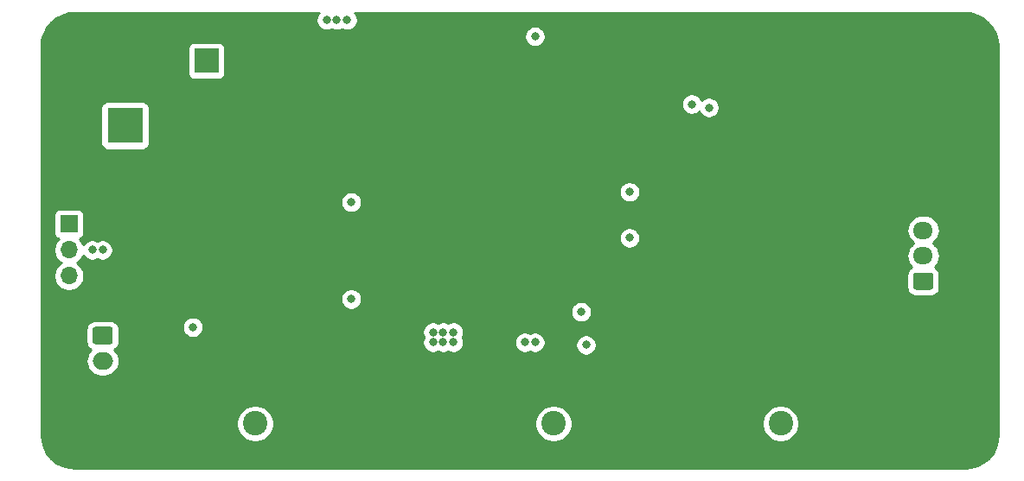
<source format=gbr>
G04 #@! TF.GenerationSoftware,KiCad,Pcbnew,5.1.10-88a1d61d58~90~ubuntu21.04.1*
G04 #@! TF.CreationDate,2021-08-23T15:20:16+02:00*
G04 #@! TF.ProjectId,PowerDistribution,506f7765-7244-4697-9374-726962757469,rev?*
G04 #@! TF.SameCoordinates,Original*
G04 #@! TF.FileFunction,Copper,L2,Inr*
G04 #@! TF.FilePolarity,Positive*
%FSLAX46Y46*%
G04 Gerber Fmt 4.6, Leading zero omitted, Abs format (unit mm)*
G04 Created by KiCad (PCBNEW 5.1.10-88a1d61d58~90~ubuntu21.04.1) date 2021-08-23 15:20:16*
%MOMM*%
%LPD*%
G01*
G04 APERTURE LIST*
G04 #@! TA.AperFunction,ComponentPad*
%ADD10C,2.400000*%
G04 #@! TD*
G04 #@! TA.AperFunction,ComponentPad*
%ADD11R,2.400000X2.400000*%
G04 #@! TD*
G04 #@! TA.AperFunction,ComponentPad*
%ADD12C,4.700000*%
G04 #@! TD*
G04 #@! TA.AperFunction,ComponentPad*
%ADD13O,1.950000X1.700000*%
G04 #@! TD*
G04 #@! TA.AperFunction,ComponentPad*
%ADD14R,3.500000X3.500000*%
G04 #@! TD*
G04 #@! TA.AperFunction,ComponentPad*
%ADD15O,1.700000X1.700000*%
G04 #@! TD*
G04 #@! TA.AperFunction,ComponentPad*
%ADD16R,1.700000X1.700000*%
G04 #@! TD*
G04 #@! TA.AperFunction,ComponentPad*
%ADD17O,2.000000X1.700000*%
G04 #@! TD*
G04 #@! TA.AperFunction,ViaPad*
%ADD18C,0.800000*%
G04 #@! TD*
G04 #@! TA.AperFunction,Conductor*
%ADD19C,0.254000*%
G04 #@! TD*
G04 #@! TA.AperFunction,Conductor*
%ADD20C,0.100000*%
G04 #@! TD*
G04 APERTURE END LIST*
D10*
X33330000Y-25400000D03*
D11*
X36830000Y-25400000D03*
D10*
X41600000Y-60960000D03*
D11*
X38100000Y-60960000D03*
D10*
X93035000Y-60960000D03*
D11*
X89535000Y-60960000D03*
D10*
X70810000Y-60960000D03*
D11*
X67310000Y-60960000D03*
D12*
X24000000Y-24000000D03*
D13*
X107000000Y-39500000D03*
X107000000Y-42000000D03*
X107000000Y-44500000D03*
G04 #@! TA.AperFunction,ComponentPad*
G36*
G01*
X107725000Y-47850000D02*
X106275000Y-47850000D01*
G75*
G02*
X106025000Y-47600000I0J250000D01*
G01*
X106025000Y-46400000D01*
G75*
G02*
X106275000Y-46150000I250000J0D01*
G01*
X107725000Y-46150000D01*
G75*
G02*
X107975000Y-46400000I0J-250000D01*
G01*
X107975000Y-47600000D01*
G75*
G02*
X107725000Y-47850000I-250000J0D01*
G01*
G37*
G04 #@! TD.AperFunction*
D12*
X111000000Y-24000000D03*
X111000000Y-62000000D03*
X24000000Y-62000000D03*
G04 #@! TA.AperFunction,ComponentPad*
G36*
G01*
X24110000Y-37325000D02*
X24110000Y-35575000D01*
G75*
G02*
X24985000Y-34700000I875000J0D01*
G01*
X26735000Y-34700000D01*
G75*
G02*
X27610000Y-35575000I0J-875000D01*
G01*
X27610000Y-37325000D01*
G75*
G02*
X26735000Y-38200000I-875000J0D01*
G01*
X24985000Y-38200000D01*
G75*
G02*
X24110000Y-37325000I0J875000D01*
G01*
G37*
G04 #@! TD.AperFunction*
G04 #@! TA.AperFunction,ComponentPad*
G36*
G01*
X21360000Y-32750000D02*
X21360000Y-30750000D01*
G75*
G02*
X22110000Y-30000000I750000J0D01*
G01*
X23610000Y-30000000D01*
G75*
G02*
X24360000Y-30750000I0J-750000D01*
G01*
X24360000Y-32750000D01*
G75*
G02*
X23610000Y-33500000I-750000J0D01*
G01*
X22110000Y-33500000D01*
G75*
G02*
X21360000Y-32750000I0J750000D01*
G01*
G37*
G04 #@! TD.AperFunction*
D14*
X28860000Y-31750000D03*
D15*
X23368000Y-46482000D03*
X23368000Y-43942000D03*
D16*
X23368000Y-41402000D03*
D17*
X26670000Y-54824000D03*
G04 #@! TA.AperFunction,ComponentPad*
G36*
G01*
X25920000Y-51474000D02*
X27420000Y-51474000D01*
G75*
G02*
X27670000Y-51724000I0J-250000D01*
G01*
X27670000Y-52924000D01*
G75*
G02*
X27420000Y-53174000I-250000J0D01*
G01*
X25920000Y-53174000D01*
G75*
G02*
X25670000Y-52924000I0J250000D01*
G01*
X25670000Y-51724000D01*
G75*
G02*
X25920000Y-51474000I250000J0D01*
G01*
G37*
G04 #@! TD.AperFunction*
D18*
X102000000Y-48500000D03*
X61250000Y-31250000D03*
X60250000Y-31250000D03*
X59250000Y-31250000D03*
X62250000Y-31250000D03*
X79500000Y-46500000D03*
X79500000Y-49500000D03*
X59000000Y-36000000D03*
X45800000Y-31400000D03*
X50600000Y-21400000D03*
X49600000Y-21400000D03*
X48600000Y-21400000D03*
X26670000Y-43942000D03*
X25653994Y-43942000D03*
X59000000Y-53000000D03*
X60000000Y-53000000D03*
X61000000Y-53000000D03*
X61000000Y-52000000D03*
X60000000Y-52000000D03*
X59000000Y-52000000D03*
X69000000Y-53000000D03*
X68000000Y-53000000D03*
X69000000Y-23000000D03*
X74000000Y-53250000D03*
X35500000Y-51500000D03*
X73500000Y-50000000D03*
X86025000Y-29975000D03*
X84350000Y-29650000D03*
X51000000Y-48750000D03*
X78250410Y-42749590D03*
X51000000Y-39250000D03*
X78250000Y-38250000D03*
D19*
X47796063Y-20740226D02*
X47682795Y-20909744D01*
X47604774Y-21098102D01*
X47565000Y-21298061D01*
X47565000Y-21501939D01*
X47604774Y-21701898D01*
X47682795Y-21890256D01*
X47796063Y-22059774D01*
X47940226Y-22203937D01*
X48109744Y-22317205D01*
X48298102Y-22395226D01*
X48498061Y-22435000D01*
X48701939Y-22435000D01*
X48901898Y-22395226D01*
X49090256Y-22317205D01*
X49100000Y-22310694D01*
X49109744Y-22317205D01*
X49298102Y-22395226D01*
X49498061Y-22435000D01*
X49701939Y-22435000D01*
X49901898Y-22395226D01*
X50090256Y-22317205D01*
X50100000Y-22310694D01*
X50109744Y-22317205D01*
X50298102Y-22395226D01*
X50498061Y-22435000D01*
X50701939Y-22435000D01*
X50901898Y-22395226D01*
X51090256Y-22317205D01*
X51259774Y-22203937D01*
X51403937Y-22059774D01*
X51517205Y-21890256D01*
X51595226Y-21701898D01*
X51635000Y-21501939D01*
X51635000Y-21298061D01*
X51595226Y-21098102D01*
X51517205Y-20909744D01*
X51403937Y-20740226D01*
X51323711Y-20660000D01*
X110967722Y-20660000D01*
X111648126Y-20726714D01*
X112271572Y-20914943D01*
X112846579Y-21220681D01*
X113351247Y-21632279D01*
X113766362Y-22134067D01*
X114076105Y-22706924D01*
X114268682Y-23329039D01*
X114340001Y-24007594D01*
X114340000Y-61967721D01*
X114273286Y-62648126D01*
X114085057Y-63271570D01*
X113779323Y-63846573D01*
X113367721Y-64351248D01*
X112865933Y-64766362D01*
X112293077Y-65076104D01*
X111670961Y-65268682D01*
X110992417Y-65340000D01*
X24032279Y-65340000D01*
X23351874Y-65273286D01*
X22728430Y-65085057D01*
X22153427Y-64779323D01*
X21648752Y-64367721D01*
X21233638Y-63865933D01*
X20923896Y-63293077D01*
X20731318Y-62670961D01*
X20660000Y-61992417D01*
X20660000Y-60779268D01*
X39765000Y-60779268D01*
X39765000Y-61140732D01*
X39835518Y-61495250D01*
X39973844Y-61829199D01*
X40174662Y-62129744D01*
X40430256Y-62385338D01*
X40730801Y-62586156D01*
X41064750Y-62724482D01*
X41419268Y-62795000D01*
X41780732Y-62795000D01*
X42135250Y-62724482D01*
X42469199Y-62586156D01*
X42769744Y-62385338D01*
X43025338Y-62129744D01*
X43226156Y-61829199D01*
X43364482Y-61495250D01*
X43435000Y-61140732D01*
X43435000Y-60779268D01*
X68975000Y-60779268D01*
X68975000Y-61140732D01*
X69045518Y-61495250D01*
X69183844Y-61829199D01*
X69384662Y-62129744D01*
X69640256Y-62385338D01*
X69940801Y-62586156D01*
X70274750Y-62724482D01*
X70629268Y-62795000D01*
X70990732Y-62795000D01*
X71345250Y-62724482D01*
X71679199Y-62586156D01*
X71979744Y-62385338D01*
X72235338Y-62129744D01*
X72436156Y-61829199D01*
X72574482Y-61495250D01*
X72645000Y-61140732D01*
X72645000Y-60779268D01*
X91200000Y-60779268D01*
X91200000Y-61140732D01*
X91270518Y-61495250D01*
X91408844Y-61829199D01*
X91609662Y-62129744D01*
X91865256Y-62385338D01*
X92165801Y-62586156D01*
X92499750Y-62724482D01*
X92854268Y-62795000D01*
X93215732Y-62795000D01*
X93570250Y-62724482D01*
X93904199Y-62586156D01*
X94204744Y-62385338D01*
X94460338Y-62129744D01*
X94661156Y-61829199D01*
X94799482Y-61495250D01*
X94870000Y-61140732D01*
X94870000Y-60779268D01*
X94799482Y-60424750D01*
X94661156Y-60090801D01*
X94460338Y-59790256D01*
X94204744Y-59534662D01*
X93904199Y-59333844D01*
X93570250Y-59195518D01*
X93215732Y-59125000D01*
X92854268Y-59125000D01*
X92499750Y-59195518D01*
X92165801Y-59333844D01*
X91865256Y-59534662D01*
X91609662Y-59790256D01*
X91408844Y-60090801D01*
X91270518Y-60424750D01*
X91200000Y-60779268D01*
X72645000Y-60779268D01*
X72574482Y-60424750D01*
X72436156Y-60090801D01*
X72235338Y-59790256D01*
X71979744Y-59534662D01*
X71679199Y-59333844D01*
X71345250Y-59195518D01*
X70990732Y-59125000D01*
X70629268Y-59125000D01*
X70274750Y-59195518D01*
X69940801Y-59333844D01*
X69640256Y-59534662D01*
X69384662Y-59790256D01*
X69183844Y-60090801D01*
X69045518Y-60424750D01*
X68975000Y-60779268D01*
X43435000Y-60779268D01*
X43364482Y-60424750D01*
X43226156Y-60090801D01*
X43025338Y-59790256D01*
X42769744Y-59534662D01*
X42469199Y-59333844D01*
X42135250Y-59195518D01*
X41780732Y-59125000D01*
X41419268Y-59125000D01*
X41064750Y-59195518D01*
X40730801Y-59333844D01*
X40430256Y-59534662D01*
X40174662Y-59790256D01*
X39973844Y-60090801D01*
X39835518Y-60424750D01*
X39765000Y-60779268D01*
X20660000Y-60779268D01*
X20660000Y-54824000D01*
X25027815Y-54824000D01*
X25056487Y-55115111D01*
X25141401Y-55395034D01*
X25279294Y-55653014D01*
X25464866Y-55879134D01*
X25690986Y-56064706D01*
X25948966Y-56202599D01*
X26228889Y-56287513D01*
X26447050Y-56309000D01*
X26892950Y-56309000D01*
X27111111Y-56287513D01*
X27391034Y-56202599D01*
X27649014Y-56064706D01*
X27875134Y-55879134D01*
X28060706Y-55653014D01*
X28198599Y-55395034D01*
X28283513Y-55115111D01*
X28312185Y-54824000D01*
X28283513Y-54532889D01*
X28198599Y-54252966D01*
X28060706Y-53994986D01*
X27875134Y-53768866D01*
X27811663Y-53716777D01*
X27913386Y-53662405D01*
X28047962Y-53551962D01*
X28158405Y-53417386D01*
X28240472Y-53263850D01*
X28291008Y-53097254D01*
X28308072Y-52924000D01*
X28308072Y-51724000D01*
X28291008Y-51550746D01*
X28244692Y-51398061D01*
X34465000Y-51398061D01*
X34465000Y-51601939D01*
X34504774Y-51801898D01*
X34582795Y-51990256D01*
X34696063Y-52159774D01*
X34840226Y-52303937D01*
X35009744Y-52417205D01*
X35198102Y-52495226D01*
X35398061Y-52535000D01*
X35601939Y-52535000D01*
X35801898Y-52495226D01*
X35990256Y-52417205D01*
X36159774Y-52303937D01*
X36303937Y-52159774D01*
X36417205Y-51990256D01*
X36455393Y-51898061D01*
X57965000Y-51898061D01*
X57965000Y-52101939D01*
X58004774Y-52301898D01*
X58082795Y-52490256D01*
X58089306Y-52500000D01*
X58082795Y-52509744D01*
X58004774Y-52698102D01*
X57965000Y-52898061D01*
X57965000Y-53101939D01*
X58004774Y-53301898D01*
X58082795Y-53490256D01*
X58196063Y-53659774D01*
X58340226Y-53803937D01*
X58509744Y-53917205D01*
X58698102Y-53995226D01*
X58898061Y-54035000D01*
X59101939Y-54035000D01*
X59301898Y-53995226D01*
X59490256Y-53917205D01*
X59500000Y-53910694D01*
X59509744Y-53917205D01*
X59698102Y-53995226D01*
X59898061Y-54035000D01*
X60101939Y-54035000D01*
X60301898Y-53995226D01*
X60490256Y-53917205D01*
X60500000Y-53910694D01*
X60509744Y-53917205D01*
X60698102Y-53995226D01*
X60898061Y-54035000D01*
X61101939Y-54035000D01*
X61301898Y-53995226D01*
X61490256Y-53917205D01*
X61659774Y-53803937D01*
X61803937Y-53659774D01*
X61917205Y-53490256D01*
X61995226Y-53301898D01*
X62035000Y-53101939D01*
X62035000Y-52898061D01*
X66965000Y-52898061D01*
X66965000Y-53101939D01*
X67004774Y-53301898D01*
X67082795Y-53490256D01*
X67196063Y-53659774D01*
X67340226Y-53803937D01*
X67509744Y-53917205D01*
X67698102Y-53995226D01*
X67898061Y-54035000D01*
X68101939Y-54035000D01*
X68301898Y-53995226D01*
X68490256Y-53917205D01*
X68500000Y-53910694D01*
X68509744Y-53917205D01*
X68698102Y-53995226D01*
X68898061Y-54035000D01*
X69101939Y-54035000D01*
X69301898Y-53995226D01*
X69490256Y-53917205D01*
X69659774Y-53803937D01*
X69803937Y-53659774D01*
X69917205Y-53490256D01*
X69995226Y-53301898D01*
X70025825Y-53148061D01*
X72965000Y-53148061D01*
X72965000Y-53351939D01*
X73004774Y-53551898D01*
X73082795Y-53740256D01*
X73196063Y-53909774D01*
X73340226Y-54053937D01*
X73509744Y-54167205D01*
X73698102Y-54245226D01*
X73898061Y-54285000D01*
X74101939Y-54285000D01*
X74301898Y-54245226D01*
X74490256Y-54167205D01*
X74659774Y-54053937D01*
X74803937Y-53909774D01*
X74917205Y-53740256D01*
X74995226Y-53551898D01*
X75035000Y-53351939D01*
X75035000Y-53148061D01*
X74995226Y-52948102D01*
X74917205Y-52759744D01*
X74803937Y-52590226D01*
X74659774Y-52446063D01*
X74490256Y-52332795D01*
X74301898Y-52254774D01*
X74101939Y-52215000D01*
X73898061Y-52215000D01*
X73698102Y-52254774D01*
X73509744Y-52332795D01*
X73340226Y-52446063D01*
X73196063Y-52590226D01*
X73082795Y-52759744D01*
X73004774Y-52948102D01*
X72965000Y-53148061D01*
X70025825Y-53148061D01*
X70035000Y-53101939D01*
X70035000Y-52898061D01*
X69995226Y-52698102D01*
X69917205Y-52509744D01*
X69803937Y-52340226D01*
X69659774Y-52196063D01*
X69490256Y-52082795D01*
X69301898Y-52004774D01*
X69101939Y-51965000D01*
X68898061Y-51965000D01*
X68698102Y-52004774D01*
X68509744Y-52082795D01*
X68500000Y-52089306D01*
X68490256Y-52082795D01*
X68301898Y-52004774D01*
X68101939Y-51965000D01*
X67898061Y-51965000D01*
X67698102Y-52004774D01*
X67509744Y-52082795D01*
X67340226Y-52196063D01*
X67196063Y-52340226D01*
X67082795Y-52509744D01*
X67004774Y-52698102D01*
X66965000Y-52898061D01*
X62035000Y-52898061D01*
X61995226Y-52698102D01*
X61917205Y-52509744D01*
X61910694Y-52500000D01*
X61917205Y-52490256D01*
X61995226Y-52301898D01*
X62035000Y-52101939D01*
X62035000Y-51898061D01*
X61995226Y-51698102D01*
X61917205Y-51509744D01*
X61803937Y-51340226D01*
X61659774Y-51196063D01*
X61490256Y-51082795D01*
X61301898Y-51004774D01*
X61101939Y-50965000D01*
X60898061Y-50965000D01*
X60698102Y-51004774D01*
X60509744Y-51082795D01*
X60500000Y-51089306D01*
X60490256Y-51082795D01*
X60301898Y-51004774D01*
X60101939Y-50965000D01*
X59898061Y-50965000D01*
X59698102Y-51004774D01*
X59509744Y-51082795D01*
X59500000Y-51089306D01*
X59490256Y-51082795D01*
X59301898Y-51004774D01*
X59101939Y-50965000D01*
X58898061Y-50965000D01*
X58698102Y-51004774D01*
X58509744Y-51082795D01*
X58340226Y-51196063D01*
X58196063Y-51340226D01*
X58082795Y-51509744D01*
X58004774Y-51698102D01*
X57965000Y-51898061D01*
X36455393Y-51898061D01*
X36495226Y-51801898D01*
X36535000Y-51601939D01*
X36535000Y-51398061D01*
X36495226Y-51198102D01*
X36417205Y-51009744D01*
X36303937Y-50840226D01*
X36159774Y-50696063D01*
X35990256Y-50582795D01*
X35801898Y-50504774D01*
X35601939Y-50465000D01*
X35398061Y-50465000D01*
X35198102Y-50504774D01*
X35009744Y-50582795D01*
X34840226Y-50696063D01*
X34696063Y-50840226D01*
X34582795Y-51009744D01*
X34504774Y-51198102D01*
X34465000Y-51398061D01*
X28244692Y-51398061D01*
X28240472Y-51384150D01*
X28158405Y-51230614D01*
X28047962Y-51096038D01*
X27913386Y-50985595D01*
X27759850Y-50903528D01*
X27593254Y-50852992D01*
X27420000Y-50835928D01*
X25920000Y-50835928D01*
X25746746Y-50852992D01*
X25580150Y-50903528D01*
X25426614Y-50985595D01*
X25292038Y-51096038D01*
X25181595Y-51230614D01*
X25099528Y-51384150D01*
X25048992Y-51550746D01*
X25031928Y-51724000D01*
X25031928Y-52924000D01*
X25048992Y-53097254D01*
X25099528Y-53263850D01*
X25181595Y-53417386D01*
X25292038Y-53551962D01*
X25426614Y-53662405D01*
X25528337Y-53716777D01*
X25464866Y-53768866D01*
X25279294Y-53994986D01*
X25141401Y-54252966D01*
X25056487Y-54532889D01*
X25027815Y-54824000D01*
X20660000Y-54824000D01*
X20660000Y-49898061D01*
X72465000Y-49898061D01*
X72465000Y-50101939D01*
X72504774Y-50301898D01*
X72582795Y-50490256D01*
X72696063Y-50659774D01*
X72840226Y-50803937D01*
X73009744Y-50917205D01*
X73198102Y-50995226D01*
X73398061Y-51035000D01*
X73601939Y-51035000D01*
X73801898Y-50995226D01*
X73990256Y-50917205D01*
X74159774Y-50803937D01*
X74303937Y-50659774D01*
X74417205Y-50490256D01*
X74495226Y-50301898D01*
X74535000Y-50101939D01*
X74535000Y-49898061D01*
X74495226Y-49698102D01*
X74417205Y-49509744D01*
X74303937Y-49340226D01*
X74159774Y-49196063D01*
X73990256Y-49082795D01*
X73801898Y-49004774D01*
X73601939Y-48965000D01*
X73398061Y-48965000D01*
X73198102Y-49004774D01*
X73009744Y-49082795D01*
X72840226Y-49196063D01*
X72696063Y-49340226D01*
X72582795Y-49509744D01*
X72504774Y-49698102D01*
X72465000Y-49898061D01*
X20660000Y-49898061D01*
X20660000Y-48648061D01*
X49965000Y-48648061D01*
X49965000Y-48851939D01*
X50004774Y-49051898D01*
X50082795Y-49240256D01*
X50196063Y-49409774D01*
X50340226Y-49553937D01*
X50509744Y-49667205D01*
X50698102Y-49745226D01*
X50898061Y-49785000D01*
X51101939Y-49785000D01*
X51301898Y-49745226D01*
X51490256Y-49667205D01*
X51659774Y-49553937D01*
X51803937Y-49409774D01*
X51917205Y-49240256D01*
X51995226Y-49051898D01*
X52035000Y-48851939D01*
X52035000Y-48648061D01*
X51995226Y-48448102D01*
X51917205Y-48259744D01*
X51803937Y-48090226D01*
X51659774Y-47946063D01*
X51490256Y-47832795D01*
X51301898Y-47754774D01*
X51101939Y-47715000D01*
X50898061Y-47715000D01*
X50698102Y-47754774D01*
X50509744Y-47832795D01*
X50340226Y-47946063D01*
X50196063Y-48090226D01*
X50082795Y-48259744D01*
X50004774Y-48448102D01*
X49965000Y-48648061D01*
X20660000Y-48648061D01*
X20660000Y-40552000D01*
X21879928Y-40552000D01*
X21879928Y-42252000D01*
X21892188Y-42376482D01*
X21928498Y-42496180D01*
X21987463Y-42606494D01*
X22066815Y-42703185D01*
X22163506Y-42782537D01*
X22273820Y-42841502D01*
X22346380Y-42863513D01*
X22214525Y-42995368D01*
X22052010Y-43238589D01*
X21940068Y-43508842D01*
X21883000Y-43795740D01*
X21883000Y-44088260D01*
X21940068Y-44375158D01*
X22052010Y-44645411D01*
X22214525Y-44888632D01*
X22421368Y-45095475D01*
X22595760Y-45212000D01*
X22421368Y-45328525D01*
X22214525Y-45535368D01*
X22052010Y-45778589D01*
X21940068Y-46048842D01*
X21883000Y-46335740D01*
X21883000Y-46628260D01*
X21940068Y-46915158D01*
X22052010Y-47185411D01*
X22214525Y-47428632D01*
X22421368Y-47635475D01*
X22664589Y-47797990D01*
X22934842Y-47909932D01*
X23221740Y-47967000D01*
X23514260Y-47967000D01*
X23801158Y-47909932D01*
X24071411Y-47797990D01*
X24314632Y-47635475D01*
X24521475Y-47428632D01*
X24683990Y-47185411D01*
X24795932Y-46915158D01*
X24853000Y-46628260D01*
X24853000Y-46335740D01*
X24795932Y-46048842D01*
X24683990Y-45778589D01*
X24521475Y-45535368D01*
X24314632Y-45328525D01*
X24140240Y-45212000D01*
X24314632Y-45095475D01*
X24521475Y-44888632D01*
X24683990Y-44645411D01*
X24758699Y-44465047D01*
X24850057Y-44601774D01*
X24994220Y-44745937D01*
X25163738Y-44859205D01*
X25352096Y-44937226D01*
X25552055Y-44977000D01*
X25755933Y-44977000D01*
X25955892Y-44937226D01*
X26144250Y-44859205D01*
X26161997Y-44847347D01*
X26179744Y-44859205D01*
X26368102Y-44937226D01*
X26568061Y-44977000D01*
X26771939Y-44977000D01*
X26971898Y-44937226D01*
X27160256Y-44859205D01*
X27329774Y-44745937D01*
X27473937Y-44601774D01*
X27587205Y-44432256D01*
X27665226Y-44243898D01*
X27705000Y-44043939D01*
X27705000Y-43840061D01*
X27665226Y-43640102D01*
X27587205Y-43451744D01*
X27473937Y-43282226D01*
X27329774Y-43138063D01*
X27160256Y-43024795D01*
X26971898Y-42946774D01*
X26771939Y-42907000D01*
X26568061Y-42907000D01*
X26368102Y-42946774D01*
X26179744Y-43024795D01*
X26161997Y-43036653D01*
X26144250Y-43024795D01*
X25955892Y-42946774D01*
X25755933Y-42907000D01*
X25552055Y-42907000D01*
X25352096Y-42946774D01*
X25163738Y-43024795D01*
X24994220Y-43138063D01*
X24850057Y-43282226D01*
X24758699Y-43418953D01*
X24683990Y-43238589D01*
X24521475Y-42995368D01*
X24389620Y-42863513D01*
X24462180Y-42841502D01*
X24572494Y-42782537D01*
X24669185Y-42703185D01*
X24714760Y-42647651D01*
X77215410Y-42647651D01*
X77215410Y-42851529D01*
X77255184Y-43051488D01*
X77333205Y-43239846D01*
X77446473Y-43409364D01*
X77590636Y-43553527D01*
X77760154Y-43666795D01*
X77948512Y-43744816D01*
X78148471Y-43784590D01*
X78352349Y-43784590D01*
X78552308Y-43744816D01*
X78740666Y-43666795D01*
X78910184Y-43553527D01*
X79054347Y-43409364D01*
X79167615Y-43239846D01*
X79245636Y-43051488D01*
X79285410Y-42851529D01*
X79285410Y-42647651D01*
X79245636Y-42447692D01*
X79167615Y-42259334D01*
X79054347Y-42089816D01*
X78964531Y-42000000D01*
X105382815Y-42000000D01*
X105411487Y-42291111D01*
X105496401Y-42571034D01*
X105634294Y-42829014D01*
X105819866Y-43055134D01*
X106045986Y-43240706D01*
X106063374Y-43250000D01*
X106045986Y-43259294D01*
X105819866Y-43444866D01*
X105634294Y-43670986D01*
X105496401Y-43928966D01*
X105411487Y-44208889D01*
X105382815Y-44500000D01*
X105411487Y-44791111D01*
X105496401Y-45071034D01*
X105634294Y-45329014D01*
X105819866Y-45555134D01*
X105883337Y-45607223D01*
X105781614Y-45661595D01*
X105647038Y-45772038D01*
X105536595Y-45906614D01*
X105454528Y-46060150D01*
X105403992Y-46226746D01*
X105386928Y-46400000D01*
X105386928Y-47600000D01*
X105403992Y-47773254D01*
X105454528Y-47939850D01*
X105536595Y-48093386D01*
X105647038Y-48227962D01*
X105781614Y-48338405D01*
X105935150Y-48420472D01*
X106101746Y-48471008D01*
X106275000Y-48488072D01*
X107725000Y-48488072D01*
X107898254Y-48471008D01*
X108064850Y-48420472D01*
X108218386Y-48338405D01*
X108352962Y-48227962D01*
X108463405Y-48093386D01*
X108545472Y-47939850D01*
X108596008Y-47773254D01*
X108613072Y-47600000D01*
X108613072Y-46400000D01*
X108596008Y-46226746D01*
X108545472Y-46060150D01*
X108463405Y-45906614D01*
X108352962Y-45772038D01*
X108218386Y-45661595D01*
X108116663Y-45607223D01*
X108180134Y-45555134D01*
X108365706Y-45329014D01*
X108503599Y-45071034D01*
X108588513Y-44791111D01*
X108617185Y-44500000D01*
X108588513Y-44208889D01*
X108503599Y-43928966D01*
X108365706Y-43670986D01*
X108180134Y-43444866D01*
X107954014Y-43259294D01*
X107936626Y-43250000D01*
X107954014Y-43240706D01*
X108180134Y-43055134D01*
X108365706Y-42829014D01*
X108503599Y-42571034D01*
X108588513Y-42291111D01*
X108617185Y-42000000D01*
X108588513Y-41708889D01*
X108503599Y-41428966D01*
X108365706Y-41170986D01*
X108180134Y-40944866D01*
X107954014Y-40759294D01*
X107696034Y-40621401D01*
X107416111Y-40536487D01*
X107197950Y-40515000D01*
X106802050Y-40515000D01*
X106583889Y-40536487D01*
X106303966Y-40621401D01*
X106045986Y-40759294D01*
X105819866Y-40944866D01*
X105634294Y-41170986D01*
X105496401Y-41428966D01*
X105411487Y-41708889D01*
X105382815Y-42000000D01*
X78964531Y-42000000D01*
X78910184Y-41945653D01*
X78740666Y-41832385D01*
X78552308Y-41754364D01*
X78352349Y-41714590D01*
X78148471Y-41714590D01*
X77948512Y-41754364D01*
X77760154Y-41832385D01*
X77590636Y-41945653D01*
X77446473Y-42089816D01*
X77333205Y-42259334D01*
X77255184Y-42447692D01*
X77215410Y-42647651D01*
X24714760Y-42647651D01*
X24748537Y-42606494D01*
X24807502Y-42496180D01*
X24843812Y-42376482D01*
X24856072Y-42252000D01*
X24856072Y-40552000D01*
X24843812Y-40427518D01*
X24807502Y-40307820D01*
X24748537Y-40197506D01*
X24669185Y-40100815D01*
X24572494Y-40021463D01*
X24462180Y-39962498D01*
X24342482Y-39926188D01*
X24218000Y-39913928D01*
X22518000Y-39913928D01*
X22393518Y-39926188D01*
X22273820Y-39962498D01*
X22163506Y-40021463D01*
X22066815Y-40100815D01*
X21987463Y-40197506D01*
X21928498Y-40307820D01*
X21892188Y-40427518D01*
X21879928Y-40552000D01*
X20660000Y-40552000D01*
X20660000Y-39148061D01*
X49965000Y-39148061D01*
X49965000Y-39351939D01*
X50004774Y-39551898D01*
X50082795Y-39740256D01*
X50196063Y-39909774D01*
X50340226Y-40053937D01*
X50509744Y-40167205D01*
X50698102Y-40245226D01*
X50898061Y-40285000D01*
X51101939Y-40285000D01*
X51301898Y-40245226D01*
X51490256Y-40167205D01*
X51659774Y-40053937D01*
X51803937Y-39909774D01*
X51917205Y-39740256D01*
X51995226Y-39551898D01*
X52035000Y-39351939D01*
X52035000Y-39148061D01*
X51995226Y-38948102D01*
X51917205Y-38759744D01*
X51803937Y-38590226D01*
X51659774Y-38446063D01*
X51490256Y-38332795D01*
X51301898Y-38254774D01*
X51101939Y-38215000D01*
X50898061Y-38215000D01*
X50698102Y-38254774D01*
X50509744Y-38332795D01*
X50340226Y-38446063D01*
X50196063Y-38590226D01*
X50082795Y-38759744D01*
X50004774Y-38948102D01*
X49965000Y-39148061D01*
X20660000Y-39148061D01*
X20660000Y-38148061D01*
X77215000Y-38148061D01*
X77215000Y-38351939D01*
X77254774Y-38551898D01*
X77332795Y-38740256D01*
X77446063Y-38909774D01*
X77590226Y-39053937D01*
X77759744Y-39167205D01*
X77948102Y-39245226D01*
X78148061Y-39285000D01*
X78351939Y-39285000D01*
X78551898Y-39245226D01*
X78740256Y-39167205D01*
X78909774Y-39053937D01*
X79053937Y-38909774D01*
X79167205Y-38740256D01*
X79245226Y-38551898D01*
X79285000Y-38351939D01*
X79285000Y-38148061D01*
X79245226Y-37948102D01*
X79167205Y-37759744D01*
X79053937Y-37590226D01*
X78909774Y-37446063D01*
X78740256Y-37332795D01*
X78551898Y-37254774D01*
X78351939Y-37215000D01*
X78148061Y-37215000D01*
X77948102Y-37254774D01*
X77759744Y-37332795D01*
X77590226Y-37446063D01*
X77446063Y-37590226D01*
X77332795Y-37759744D01*
X77254774Y-37948102D01*
X77215000Y-38148061D01*
X20660000Y-38148061D01*
X20660000Y-30000000D01*
X26471928Y-30000000D01*
X26471928Y-33500000D01*
X26484188Y-33624482D01*
X26520498Y-33744180D01*
X26579463Y-33854494D01*
X26658815Y-33951185D01*
X26755506Y-34030537D01*
X26865820Y-34089502D01*
X26985518Y-34125812D01*
X27110000Y-34138072D01*
X30610000Y-34138072D01*
X30734482Y-34125812D01*
X30854180Y-34089502D01*
X30964494Y-34030537D01*
X31061185Y-33951185D01*
X31140537Y-33854494D01*
X31199502Y-33744180D01*
X31235812Y-33624482D01*
X31248072Y-33500000D01*
X31248072Y-30000000D01*
X31235812Y-29875518D01*
X31199502Y-29755820D01*
X31140537Y-29645506D01*
X31061185Y-29548815D01*
X31060267Y-29548061D01*
X83315000Y-29548061D01*
X83315000Y-29751939D01*
X83354774Y-29951898D01*
X83432795Y-30140256D01*
X83546063Y-30309774D01*
X83690226Y-30453937D01*
X83859744Y-30567205D01*
X84048102Y-30645226D01*
X84248061Y-30685000D01*
X84451939Y-30685000D01*
X84651898Y-30645226D01*
X84840256Y-30567205D01*
X85009774Y-30453937D01*
X85075770Y-30387941D01*
X85107795Y-30465256D01*
X85221063Y-30634774D01*
X85365226Y-30778937D01*
X85534744Y-30892205D01*
X85723102Y-30970226D01*
X85923061Y-31010000D01*
X86126939Y-31010000D01*
X86326898Y-30970226D01*
X86515256Y-30892205D01*
X86684774Y-30778937D01*
X86828937Y-30634774D01*
X86942205Y-30465256D01*
X87020226Y-30276898D01*
X87060000Y-30076939D01*
X87060000Y-29873061D01*
X87020226Y-29673102D01*
X86942205Y-29484744D01*
X86828937Y-29315226D01*
X86684774Y-29171063D01*
X86515256Y-29057795D01*
X86326898Y-28979774D01*
X86126939Y-28940000D01*
X85923061Y-28940000D01*
X85723102Y-28979774D01*
X85534744Y-29057795D01*
X85365226Y-29171063D01*
X85299230Y-29237059D01*
X85267205Y-29159744D01*
X85153937Y-28990226D01*
X85009774Y-28846063D01*
X84840256Y-28732795D01*
X84651898Y-28654774D01*
X84451939Y-28615000D01*
X84248061Y-28615000D01*
X84048102Y-28654774D01*
X83859744Y-28732795D01*
X83690226Y-28846063D01*
X83546063Y-28990226D01*
X83432795Y-29159744D01*
X83354774Y-29348102D01*
X83315000Y-29548061D01*
X31060267Y-29548061D01*
X30964494Y-29469463D01*
X30854180Y-29410498D01*
X30734482Y-29374188D01*
X30610000Y-29361928D01*
X27110000Y-29361928D01*
X26985518Y-29374188D01*
X26865820Y-29410498D01*
X26755506Y-29469463D01*
X26658815Y-29548815D01*
X26579463Y-29645506D01*
X26520498Y-29755820D01*
X26484188Y-29875518D01*
X26471928Y-30000000D01*
X20660000Y-30000000D01*
X20660000Y-24200000D01*
X34991928Y-24200000D01*
X34991928Y-26600000D01*
X35004188Y-26724482D01*
X35040498Y-26844180D01*
X35099463Y-26954494D01*
X35178815Y-27051185D01*
X35275506Y-27130537D01*
X35385820Y-27189502D01*
X35505518Y-27225812D01*
X35630000Y-27238072D01*
X38030000Y-27238072D01*
X38154482Y-27225812D01*
X38274180Y-27189502D01*
X38384494Y-27130537D01*
X38481185Y-27051185D01*
X38560537Y-26954494D01*
X38619502Y-26844180D01*
X38655812Y-26724482D01*
X38668072Y-26600000D01*
X38668072Y-24200000D01*
X38655812Y-24075518D01*
X38619502Y-23955820D01*
X38560537Y-23845506D01*
X38481185Y-23748815D01*
X38384494Y-23669463D01*
X38274180Y-23610498D01*
X38154482Y-23574188D01*
X38030000Y-23561928D01*
X35630000Y-23561928D01*
X35505518Y-23574188D01*
X35385820Y-23610498D01*
X35275506Y-23669463D01*
X35178815Y-23748815D01*
X35099463Y-23845506D01*
X35040498Y-23955820D01*
X35004188Y-24075518D01*
X34991928Y-24200000D01*
X20660000Y-24200000D01*
X20660000Y-24032278D01*
X20726714Y-23351874D01*
X20863727Y-22898061D01*
X67965000Y-22898061D01*
X67965000Y-23101939D01*
X68004774Y-23301898D01*
X68082795Y-23490256D01*
X68196063Y-23659774D01*
X68340226Y-23803937D01*
X68509744Y-23917205D01*
X68698102Y-23995226D01*
X68898061Y-24035000D01*
X69101939Y-24035000D01*
X69301898Y-23995226D01*
X69490256Y-23917205D01*
X69659774Y-23803937D01*
X69803937Y-23659774D01*
X69917205Y-23490256D01*
X69995226Y-23301898D01*
X70035000Y-23101939D01*
X70035000Y-22898061D01*
X69995226Y-22698102D01*
X69917205Y-22509744D01*
X69803937Y-22340226D01*
X69659774Y-22196063D01*
X69490256Y-22082795D01*
X69301898Y-22004774D01*
X69101939Y-21965000D01*
X68898061Y-21965000D01*
X68698102Y-22004774D01*
X68509744Y-22082795D01*
X68340226Y-22196063D01*
X68196063Y-22340226D01*
X68082795Y-22509744D01*
X68004774Y-22698102D01*
X67965000Y-22898061D01*
X20863727Y-22898061D01*
X20914943Y-22728428D01*
X21220681Y-22153421D01*
X21632279Y-21648753D01*
X22134067Y-21233638D01*
X22706924Y-20923895D01*
X23329039Y-20731318D01*
X24007584Y-20660000D01*
X47876289Y-20660000D01*
X47796063Y-20740226D01*
G04 #@! TA.AperFunction,Conductor*
D20*
G36*
X47796063Y-20740226D02*
G01*
X47682795Y-20909744D01*
X47604774Y-21098102D01*
X47565000Y-21298061D01*
X47565000Y-21501939D01*
X47604774Y-21701898D01*
X47682795Y-21890256D01*
X47796063Y-22059774D01*
X47940226Y-22203937D01*
X48109744Y-22317205D01*
X48298102Y-22395226D01*
X48498061Y-22435000D01*
X48701939Y-22435000D01*
X48901898Y-22395226D01*
X49090256Y-22317205D01*
X49100000Y-22310694D01*
X49109744Y-22317205D01*
X49298102Y-22395226D01*
X49498061Y-22435000D01*
X49701939Y-22435000D01*
X49901898Y-22395226D01*
X50090256Y-22317205D01*
X50100000Y-22310694D01*
X50109744Y-22317205D01*
X50298102Y-22395226D01*
X50498061Y-22435000D01*
X50701939Y-22435000D01*
X50901898Y-22395226D01*
X51090256Y-22317205D01*
X51259774Y-22203937D01*
X51403937Y-22059774D01*
X51517205Y-21890256D01*
X51595226Y-21701898D01*
X51635000Y-21501939D01*
X51635000Y-21298061D01*
X51595226Y-21098102D01*
X51517205Y-20909744D01*
X51403937Y-20740226D01*
X51323711Y-20660000D01*
X110967722Y-20660000D01*
X111648126Y-20726714D01*
X112271572Y-20914943D01*
X112846579Y-21220681D01*
X113351247Y-21632279D01*
X113766362Y-22134067D01*
X114076105Y-22706924D01*
X114268682Y-23329039D01*
X114340001Y-24007594D01*
X114340000Y-61967721D01*
X114273286Y-62648126D01*
X114085057Y-63271570D01*
X113779323Y-63846573D01*
X113367721Y-64351248D01*
X112865933Y-64766362D01*
X112293077Y-65076104D01*
X111670961Y-65268682D01*
X110992417Y-65340000D01*
X24032279Y-65340000D01*
X23351874Y-65273286D01*
X22728430Y-65085057D01*
X22153427Y-64779323D01*
X21648752Y-64367721D01*
X21233638Y-63865933D01*
X20923896Y-63293077D01*
X20731318Y-62670961D01*
X20660000Y-61992417D01*
X20660000Y-60779268D01*
X39765000Y-60779268D01*
X39765000Y-61140732D01*
X39835518Y-61495250D01*
X39973844Y-61829199D01*
X40174662Y-62129744D01*
X40430256Y-62385338D01*
X40730801Y-62586156D01*
X41064750Y-62724482D01*
X41419268Y-62795000D01*
X41780732Y-62795000D01*
X42135250Y-62724482D01*
X42469199Y-62586156D01*
X42769744Y-62385338D01*
X43025338Y-62129744D01*
X43226156Y-61829199D01*
X43364482Y-61495250D01*
X43435000Y-61140732D01*
X43435000Y-60779268D01*
X68975000Y-60779268D01*
X68975000Y-61140732D01*
X69045518Y-61495250D01*
X69183844Y-61829199D01*
X69384662Y-62129744D01*
X69640256Y-62385338D01*
X69940801Y-62586156D01*
X70274750Y-62724482D01*
X70629268Y-62795000D01*
X70990732Y-62795000D01*
X71345250Y-62724482D01*
X71679199Y-62586156D01*
X71979744Y-62385338D01*
X72235338Y-62129744D01*
X72436156Y-61829199D01*
X72574482Y-61495250D01*
X72645000Y-61140732D01*
X72645000Y-60779268D01*
X91200000Y-60779268D01*
X91200000Y-61140732D01*
X91270518Y-61495250D01*
X91408844Y-61829199D01*
X91609662Y-62129744D01*
X91865256Y-62385338D01*
X92165801Y-62586156D01*
X92499750Y-62724482D01*
X92854268Y-62795000D01*
X93215732Y-62795000D01*
X93570250Y-62724482D01*
X93904199Y-62586156D01*
X94204744Y-62385338D01*
X94460338Y-62129744D01*
X94661156Y-61829199D01*
X94799482Y-61495250D01*
X94870000Y-61140732D01*
X94870000Y-60779268D01*
X94799482Y-60424750D01*
X94661156Y-60090801D01*
X94460338Y-59790256D01*
X94204744Y-59534662D01*
X93904199Y-59333844D01*
X93570250Y-59195518D01*
X93215732Y-59125000D01*
X92854268Y-59125000D01*
X92499750Y-59195518D01*
X92165801Y-59333844D01*
X91865256Y-59534662D01*
X91609662Y-59790256D01*
X91408844Y-60090801D01*
X91270518Y-60424750D01*
X91200000Y-60779268D01*
X72645000Y-60779268D01*
X72574482Y-60424750D01*
X72436156Y-60090801D01*
X72235338Y-59790256D01*
X71979744Y-59534662D01*
X71679199Y-59333844D01*
X71345250Y-59195518D01*
X70990732Y-59125000D01*
X70629268Y-59125000D01*
X70274750Y-59195518D01*
X69940801Y-59333844D01*
X69640256Y-59534662D01*
X69384662Y-59790256D01*
X69183844Y-60090801D01*
X69045518Y-60424750D01*
X68975000Y-60779268D01*
X43435000Y-60779268D01*
X43364482Y-60424750D01*
X43226156Y-60090801D01*
X43025338Y-59790256D01*
X42769744Y-59534662D01*
X42469199Y-59333844D01*
X42135250Y-59195518D01*
X41780732Y-59125000D01*
X41419268Y-59125000D01*
X41064750Y-59195518D01*
X40730801Y-59333844D01*
X40430256Y-59534662D01*
X40174662Y-59790256D01*
X39973844Y-60090801D01*
X39835518Y-60424750D01*
X39765000Y-60779268D01*
X20660000Y-60779268D01*
X20660000Y-54824000D01*
X25027815Y-54824000D01*
X25056487Y-55115111D01*
X25141401Y-55395034D01*
X25279294Y-55653014D01*
X25464866Y-55879134D01*
X25690986Y-56064706D01*
X25948966Y-56202599D01*
X26228889Y-56287513D01*
X26447050Y-56309000D01*
X26892950Y-56309000D01*
X27111111Y-56287513D01*
X27391034Y-56202599D01*
X27649014Y-56064706D01*
X27875134Y-55879134D01*
X28060706Y-55653014D01*
X28198599Y-55395034D01*
X28283513Y-55115111D01*
X28312185Y-54824000D01*
X28283513Y-54532889D01*
X28198599Y-54252966D01*
X28060706Y-53994986D01*
X27875134Y-53768866D01*
X27811663Y-53716777D01*
X27913386Y-53662405D01*
X28047962Y-53551962D01*
X28158405Y-53417386D01*
X28240472Y-53263850D01*
X28291008Y-53097254D01*
X28308072Y-52924000D01*
X28308072Y-51724000D01*
X28291008Y-51550746D01*
X28244692Y-51398061D01*
X34465000Y-51398061D01*
X34465000Y-51601939D01*
X34504774Y-51801898D01*
X34582795Y-51990256D01*
X34696063Y-52159774D01*
X34840226Y-52303937D01*
X35009744Y-52417205D01*
X35198102Y-52495226D01*
X35398061Y-52535000D01*
X35601939Y-52535000D01*
X35801898Y-52495226D01*
X35990256Y-52417205D01*
X36159774Y-52303937D01*
X36303937Y-52159774D01*
X36417205Y-51990256D01*
X36455393Y-51898061D01*
X57965000Y-51898061D01*
X57965000Y-52101939D01*
X58004774Y-52301898D01*
X58082795Y-52490256D01*
X58089306Y-52500000D01*
X58082795Y-52509744D01*
X58004774Y-52698102D01*
X57965000Y-52898061D01*
X57965000Y-53101939D01*
X58004774Y-53301898D01*
X58082795Y-53490256D01*
X58196063Y-53659774D01*
X58340226Y-53803937D01*
X58509744Y-53917205D01*
X58698102Y-53995226D01*
X58898061Y-54035000D01*
X59101939Y-54035000D01*
X59301898Y-53995226D01*
X59490256Y-53917205D01*
X59500000Y-53910694D01*
X59509744Y-53917205D01*
X59698102Y-53995226D01*
X59898061Y-54035000D01*
X60101939Y-54035000D01*
X60301898Y-53995226D01*
X60490256Y-53917205D01*
X60500000Y-53910694D01*
X60509744Y-53917205D01*
X60698102Y-53995226D01*
X60898061Y-54035000D01*
X61101939Y-54035000D01*
X61301898Y-53995226D01*
X61490256Y-53917205D01*
X61659774Y-53803937D01*
X61803937Y-53659774D01*
X61917205Y-53490256D01*
X61995226Y-53301898D01*
X62035000Y-53101939D01*
X62035000Y-52898061D01*
X66965000Y-52898061D01*
X66965000Y-53101939D01*
X67004774Y-53301898D01*
X67082795Y-53490256D01*
X67196063Y-53659774D01*
X67340226Y-53803937D01*
X67509744Y-53917205D01*
X67698102Y-53995226D01*
X67898061Y-54035000D01*
X68101939Y-54035000D01*
X68301898Y-53995226D01*
X68490256Y-53917205D01*
X68500000Y-53910694D01*
X68509744Y-53917205D01*
X68698102Y-53995226D01*
X68898061Y-54035000D01*
X69101939Y-54035000D01*
X69301898Y-53995226D01*
X69490256Y-53917205D01*
X69659774Y-53803937D01*
X69803937Y-53659774D01*
X69917205Y-53490256D01*
X69995226Y-53301898D01*
X70025825Y-53148061D01*
X72965000Y-53148061D01*
X72965000Y-53351939D01*
X73004774Y-53551898D01*
X73082795Y-53740256D01*
X73196063Y-53909774D01*
X73340226Y-54053937D01*
X73509744Y-54167205D01*
X73698102Y-54245226D01*
X73898061Y-54285000D01*
X74101939Y-54285000D01*
X74301898Y-54245226D01*
X74490256Y-54167205D01*
X74659774Y-54053937D01*
X74803937Y-53909774D01*
X74917205Y-53740256D01*
X74995226Y-53551898D01*
X75035000Y-53351939D01*
X75035000Y-53148061D01*
X74995226Y-52948102D01*
X74917205Y-52759744D01*
X74803937Y-52590226D01*
X74659774Y-52446063D01*
X74490256Y-52332795D01*
X74301898Y-52254774D01*
X74101939Y-52215000D01*
X73898061Y-52215000D01*
X73698102Y-52254774D01*
X73509744Y-52332795D01*
X73340226Y-52446063D01*
X73196063Y-52590226D01*
X73082795Y-52759744D01*
X73004774Y-52948102D01*
X72965000Y-53148061D01*
X70025825Y-53148061D01*
X70035000Y-53101939D01*
X70035000Y-52898061D01*
X69995226Y-52698102D01*
X69917205Y-52509744D01*
X69803937Y-52340226D01*
X69659774Y-52196063D01*
X69490256Y-52082795D01*
X69301898Y-52004774D01*
X69101939Y-51965000D01*
X68898061Y-51965000D01*
X68698102Y-52004774D01*
X68509744Y-52082795D01*
X68500000Y-52089306D01*
X68490256Y-52082795D01*
X68301898Y-52004774D01*
X68101939Y-51965000D01*
X67898061Y-51965000D01*
X67698102Y-52004774D01*
X67509744Y-52082795D01*
X67340226Y-52196063D01*
X67196063Y-52340226D01*
X67082795Y-52509744D01*
X67004774Y-52698102D01*
X66965000Y-52898061D01*
X62035000Y-52898061D01*
X61995226Y-52698102D01*
X61917205Y-52509744D01*
X61910694Y-52500000D01*
X61917205Y-52490256D01*
X61995226Y-52301898D01*
X62035000Y-52101939D01*
X62035000Y-51898061D01*
X61995226Y-51698102D01*
X61917205Y-51509744D01*
X61803937Y-51340226D01*
X61659774Y-51196063D01*
X61490256Y-51082795D01*
X61301898Y-51004774D01*
X61101939Y-50965000D01*
X60898061Y-50965000D01*
X60698102Y-51004774D01*
X60509744Y-51082795D01*
X60500000Y-51089306D01*
X60490256Y-51082795D01*
X60301898Y-51004774D01*
X60101939Y-50965000D01*
X59898061Y-50965000D01*
X59698102Y-51004774D01*
X59509744Y-51082795D01*
X59500000Y-51089306D01*
X59490256Y-51082795D01*
X59301898Y-51004774D01*
X59101939Y-50965000D01*
X58898061Y-50965000D01*
X58698102Y-51004774D01*
X58509744Y-51082795D01*
X58340226Y-51196063D01*
X58196063Y-51340226D01*
X58082795Y-51509744D01*
X58004774Y-51698102D01*
X57965000Y-51898061D01*
X36455393Y-51898061D01*
X36495226Y-51801898D01*
X36535000Y-51601939D01*
X36535000Y-51398061D01*
X36495226Y-51198102D01*
X36417205Y-51009744D01*
X36303937Y-50840226D01*
X36159774Y-50696063D01*
X35990256Y-50582795D01*
X35801898Y-50504774D01*
X35601939Y-50465000D01*
X35398061Y-50465000D01*
X35198102Y-50504774D01*
X35009744Y-50582795D01*
X34840226Y-50696063D01*
X34696063Y-50840226D01*
X34582795Y-51009744D01*
X34504774Y-51198102D01*
X34465000Y-51398061D01*
X28244692Y-51398061D01*
X28240472Y-51384150D01*
X28158405Y-51230614D01*
X28047962Y-51096038D01*
X27913386Y-50985595D01*
X27759850Y-50903528D01*
X27593254Y-50852992D01*
X27420000Y-50835928D01*
X25920000Y-50835928D01*
X25746746Y-50852992D01*
X25580150Y-50903528D01*
X25426614Y-50985595D01*
X25292038Y-51096038D01*
X25181595Y-51230614D01*
X25099528Y-51384150D01*
X25048992Y-51550746D01*
X25031928Y-51724000D01*
X25031928Y-52924000D01*
X25048992Y-53097254D01*
X25099528Y-53263850D01*
X25181595Y-53417386D01*
X25292038Y-53551962D01*
X25426614Y-53662405D01*
X25528337Y-53716777D01*
X25464866Y-53768866D01*
X25279294Y-53994986D01*
X25141401Y-54252966D01*
X25056487Y-54532889D01*
X25027815Y-54824000D01*
X20660000Y-54824000D01*
X20660000Y-49898061D01*
X72465000Y-49898061D01*
X72465000Y-50101939D01*
X72504774Y-50301898D01*
X72582795Y-50490256D01*
X72696063Y-50659774D01*
X72840226Y-50803937D01*
X73009744Y-50917205D01*
X73198102Y-50995226D01*
X73398061Y-51035000D01*
X73601939Y-51035000D01*
X73801898Y-50995226D01*
X73990256Y-50917205D01*
X74159774Y-50803937D01*
X74303937Y-50659774D01*
X74417205Y-50490256D01*
X74495226Y-50301898D01*
X74535000Y-50101939D01*
X74535000Y-49898061D01*
X74495226Y-49698102D01*
X74417205Y-49509744D01*
X74303937Y-49340226D01*
X74159774Y-49196063D01*
X73990256Y-49082795D01*
X73801898Y-49004774D01*
X73601939Y-48965000D01*
X73398061Y-48965000D01*
X73198102Y-49004774D01*
X73009744Y-49082795D01*
X72840226Y-49196063D01*
X72696063Y-49340226D01*
X72582795Y-49509744D01*
X72504774Y-49698102D01*
X72465000Y-49898061D01*
X20660000Y-49898061D01*
X20660000Y-48648061D01*
X49965000Y-48648061D01*
X49965000Y-48851939D01*
X50004774Y-49051898D01*
X50082795Y-49240256D01*
X50196063Y-49409774D01*
X50340226Y-49553937D01*
X50509744Y-49667205D01*
X50698102Y-49745226D01*
X50898061Y-49785000D01*
X51101939Y-49785000D01*
X51301898Y-49745226D01*
X51490256Y-49667205D01*
X51659774Y-49553937D01*
X51803937Y-49409774D01*
X51917205Y-49240256D01*
X51995226Y-49051898D01*
X52035000Y-48851939D01*
X52035000Y-48648061D01*
X51995226Y-48448102D01*
X51917205Y-48259744D01*
X51803937Y-48090226D01*
X51659774Y-47946063D01*
X51490256Y-47832795D01*
X51301898Y-47754774D01*
X51101939Y-47715000D01*
X50898061Y-47715000D01*
X50698102Y-47754774D01*
X50509744Y-47832795D01*
X50340226Y-47946063D01*
X50196063Y-48090226D01*
X50082795Y-48259744D01*
X50004774Y-48448102D01*
X49965000Y-48648061D01*
X20660000Y-48648061D01*
X20660000Y-40552000D01*
X21879928Y-40552000D01*
X21879928Y-42252000D01*
X21892188Y-42376482D01*
X21928498Y-42496180D01*
X21987463Y-42606494D01*
X22066815Y-42703185D01*
X22163506Y-42782537D01*
X22273820Y-42841502D01*
X22346380Y-42863513D01*
X22214525Y-42995368D01*
X22052010Y-43238589D01*
X21940068Y-43508842D01*
X21883000Y-43795740D01*
X21883000Y-44088260D01*
X21940068Y-44375158D01*
X22052010Y-44645411D01*
X22214525Y-44888632D01*
X22421368Y-45095475D01*
X22595760Y-45212000D01*
X22421368Y-45328525D01*
X22214525Y-45535368D01*
X22052010Y-45778589D01*
X21940068Y-46048842D01*
X21883000Y-46335740D01*
X21883000Y-46628260D01*
X21940068Y-46915158D01*
X22052010Y-47185411D01*
X22214525Y-47428632D01*
X22421368Y-47635475D01*
X22664589Y-47797990D01*
X22934842Y-47909932D01*
X23221740Y-47967000D01*
X23514260Y-47967000D01*
X23801158Y-47909932D01*
X24071411Y-47797990D01*
X24314632Y-47635475D01*
X24521475Y-47428632D01*
X24683990Y-47185411D01*
X24795932Y-46915158D01*
X24853000Y-46628260D01*
X24853000Y-46335740D01*
X24795932Y-46048842D01*
X24683990Y-45778589D01*
X24521475Y-45535368D01*
X24314632Y-45328525D01*
X24140240Y-45212000D01*
X24314632Y-45095475D01*
X24521475Y-44888632D01*
X24683990Y-44645411D01*
X24758699Y-44465047D01*
X24850057Y-44601774D01*
X24994220Y-44745937D01*
X25163738Y-44859205D01*
X25352096Y-44937226D01*
X25552055Y-44977000D01*
X25755933Y-44977000D01*
X25955892Y-44937226D01*
X26144250Y-44859205D01*
X26161997Y-44847347D01*
X26179744Y-44859205D01*
X26368102Y-44937226D01*
X26568061Y-44977000D01*
X26771939Y-44977000D01*
X26971898Y-44937226D01*
X27160256Y-44859205D01*
X27329774Y-44745937D01*
X27473937Y-44601774D01*
X27587205Y-44432256D01*
X27665226Y-44243898D01*
X27705000Y-44043939D01*
X27705000Y-43840061D01*
X27665226Y-43640102D01*
X27587205Y-43451744D01*
X27473937Y-43282226D01*
X27329774Y-43138063D01*
X27160256Y-43024795D01*
X26971898Y-42946774D01*
X26771939Y-42907000D01*
X26568061Y-42907000D01*
X26368102Y-42946774D01*
X26179744Y-43024795D01*
X26161997Y-43036653D01*
X26144250Y-43024795D01*
X25955892Y-42946774D01*
X25755933Y-42907000D01*
X25552055Y-42907000D01*
X25352096Y-42946774D01*
X25163738Y-43024795D01*
X24994220Y-43138063D01*
X24850057Y-43282226D01*
X24758699Y-43418953D01*
X24683990Y-43238589D01*
X24521475Y-42995368D01*
X24389620Y-42863513D01*
X24462180Y-42841502D01*
X24572494Y-42782537D01*
X24669185Y-42703185D01*
X24714760Y-42647651D01*
X77215410Y-42647651D01*
X77215410Y-42851529D01*
X77255184Y-43051488D01*
X77333205Y-43239846D01*
X77446473Y-43409364D01*
X77590636Y-43553527D01*
X77760154Y-43666795D01*
X77948512Y-43744816D01*
X78148471Y-43784590D01*
X78352349Y-43784590D01*
X78552308Y-43744816D01*
X78740666Y-43666795D01*
X78910184Y-43553527D01*
X79054347Y-43409364D01*
X79167615Y-43239846D01*
X79245636Y-43051488D01*
X79285410Y-42851529D01*
X79285410Y-42647651D01*
X79245636Y-42447692D01*
X79167615Y-42259334D01*
X79054347Y-42089816D01*
X78964531Y-42000000D01*
X105382815Y-42000000D01*
X105411487Y-42291111D01*
X105496401Y-42571034D01*
X105634294Y-42829014D01*
X105819866Y-43055134D01*
X106045986Y-43240706D01*
X106063374Y-43250000D01*
X106045986Y-43259294D01*
X105819866Y-43444866D01*
X105634294Y-43670986D01*
X105496401Y-43928966D01*
X105411487Y-44208889D01*
X105382815Y-44500000D01*
X105411487Y-44791111D01*
X105496401Y-45071034D01*
X105634294Y-45329014D01*
X105819866Y-45555134D01*
X105883337Y-45607223D01*
X105781614Y-45661595D01*
X105647038Y-45772038D01*
X105536595Y-45906614D01*
X105454528Y-46060150D01*
X105403992Y-46226746D01*
X105386928Y-46400000D01*
X105386928Y-47600000D01*
X105403992Y-47773254D01*
X105454528Y-47939850D01*
X105536595Y-48093386D01*
X105647038Y-48227962D01*
X105781614Y-48338405D01*
X105935150Y-48420472D01*
X106101746Y-48471008D01*
X106275000Y-48488072D01*
X107725000Y-48488072D01*
X107898254Y-48471008D01*
X108064850Y-48420472D01*
X108218386Y-48338405D01*
X108352962Y-48227962D01*
X108463405Y-48093386D01*
X108545472Y-47939850D01*
X108596008Y-47773254D01*
X108613072Y-47600000D01*
X108613072Y-46400000D01*
X108596008Y-46226746D01*
X108545472Y-46060150D01*
X108463405Y-45906614D01*
X108352962Y-45772038D01*
X108218386Y-45661595D01*
X108116663Y-45607223D01*
X108180134Y-45555134D01*
X108365706Y-45329014D01*
X108503599Y-45071034D01*
X108588513Y-44791111D01*
X108617185Y-44500000D01*
X108588513Y-44208889D01*
X108503599Y-43928966D01*
X108365706Y-43670986D01*
X108180134Y-43444866D01*
X107954014Y-43259294D01*
X107936626Y-43250000D01*
X107954014Y-43240706D01*
X108180134Y-43055134D01*
X108365706Y-42829014D01*
X108503599Y-42571034D01*
X108588513Y-42291111D01*
X108617185Y-42000000D01*
X108588513Y-41708889D01*
X108503599Y-41428966D01*
X108365706Y-41170986D01*
X108180134Y-40944866D01*
X107954014Y-40759294D01*
X107696034Y-40621401D01*
X107416111Y-40536487D01*
X107197950Y-40515000D01*
X106802050Y-40515000D01*
X106583889Y-40536487D01*
X106303966Y-40621401D01*
X106045986Y-40759294D01*
X105819866Y-40944866D01*
X105634294Y-41170986D01*
X105496401Y-41428966D01*
X105411487Y-41708889D01*
X105382815Y-42000000D01*
X78964531Y-42000000D01*
X78910184Y-41945653D01*
X78740666Y-41832385D01*
X78552308Y-41754364D01*
X78352349Y-41714590D01*
X78148471Y-41714590D01*
X77948512Y-41754364D01*
X77760154Y-41832385D01*
X77590636Y-41945653D01*
X77446473Y-42089816D01*
X77333205Y-42259334D01*
X77255184Y-42447692D01*
X77215410Y-42647651D01*
X24714760Y-42647651D01*
X24748537Y-42606494D01*
X24807502Y-42496180D01*
X24843812Y-42376482D01*
X24856072Y-42252000D01*
X24856072Y-40552000D01*
X24843812Y-40427518D01*
X24807502Y-40307820D01*
X24748537Y-40197506D01*
X24669185Y-40100815D01*
X24572494Y-40021463D01*
X24462180Y-39962498D01*
X24342482Y-39926188D01*
X24218000Y-39913928D01*
X22518000Y-39913928D01*
X22393518Y-39926188D01*
X22273820Y-39962498D01*
X22163506Y-40021463D01*
X22066815Y-40100815D01*
X21987463Y-40197506D01*
X21928498Y-40307820D01*
X21892188Y-40427518D01*
X21879928Y-40552000D01*
X20660000Y-40552000D01*
X20660000Y-39148061D01*
X49965000Y-39148061D01*
X49965000Y-39351939D01*
X50004774Y-39551898D01*
X50082795Y-39740256D01*
X50196063Y-39909774D01*
X50340226Y-40053937D01*
X50509744Y-40167205D01*
X50698102Y-40245226D01*
X50898061Y-40285000D01*
X51101939Y-40285000D01*
X51301898Y-40245226D01*
X51490256Y-40167205D01*
X51659774Y-40053937D01*
X51803937Y-39909774D01*
X51917205Y-39740256D01*
X51995226Y-39551898D01*
X52035000Y-39351939D01*
X52035000Y-39148061D01*
X51995226Y-38948102D01*
X51917205Y-38759744D01*
X51803937Y-38590226D01*
X51659774Y-38446063D01*
X51490256Y-38332795D01*
X51301898Y-38254774D01*
X51101939Y-38215000D01*
X50898061Y-38215000D01*
X50698102Y-38254774D01*
X50509744Y-38332795D01*
X50340226Y-38446063D01*
X50196063Y-38590226D01*
X50082795Y-38759744D01*
X50004774Y-38948102D01*
X49965000Y-39148061D01*
X20660000Y-39148061D01*
X20660000Y-38148061D01*
X77215000Y-38148061D01*
X77215000Y-38351939D01*
X77254774Y-38551898D01*
X77332795Y-38740256D01*
X77446063Y-38909774D01*
X77590226Y-39053937D01*
X77759744Y-39167205D01*
X77948102Y-39245226D01*
X78148061Y-39285000D01*
X78351939Y-39285000D01*
X78551898Y-39245226D01*
X78740256Y-39167205D01*
X78909774Y-39053937D01*
X79053937Y-38909774D01*
X79167205Y-38740256D01*
X79245226Y-38551898D01*
X79285000Y-38351939D01*
X79285000Y-38148061D01*
X79245226Y-37948102D01*
X79167205Y-37759744D01*
X79053937Y-37590226D01*
X78909774Y-37446063D01*
X78740256Y-37332795D01*
X78551898Y-37254774D01*
X78351939Y-37215000D01*
X78148061Y-37215000D01*
X77948102Y-37254774D01*
X77759744Y-37332795D01*
X77590226Y-37446063D01*
X77446063Y-37590226D01*
X77332795Y-37759744D01*
X77254774Y-37948102D01*
X77215000Y-38148061D01*
X20660000Y-38148061D01*
X20660000Y-30000000D01*
X26471928Y-30000000D01*
X26471928Y-33500000D01*
X26484188Y-33624482D01*
X26520498Y-33744180D01*
X26579463Y-33854494D01*
X26658815Y-33951185D01*
X26755506Y-34030537D01*
X26865820Y-34089502D01*
X26985518Y-34125812D01*
X27110000Y-34138072D01*
X30610000Y-34138072D01*
X30734482Y-34125812D01*
X30854180Y-34089502D01*
X30964494Y-34030537D01*
X31061185Y-33951185D01*
X31140537Y-33854494D01*
X31199502Y-33744180D01*
X31235812Y-33624482D01*
X31248072Y-33500000D01*
X31248072Y-30000000D01*
X31235812Y-29875518D01*
X31199502Y-29755820D01*
X31140537Y-29645506D01*
X31061185Y-29548815D01*
X31060267Y-29548061D01*
X83315000Y-29548061D01*
X83315000Y-29751939D01*
X83354774Y-29951898D01*
X83432795Y-30140256D01*
X83546063Y-30309774D01*
X83690226Y-30453937D01*
X83859744Y-30567205D01*
X84048102Y-30645226D01*
X84248061Y-30685000D01*
X84451939Y-30685000D01*
X84651898Y-30645226D01*
X84840256Y-30567205D01*
X85009774Y-30453937D01*
X85075770Y-30387941D01*
X85107795Y-30465256D01*
X85221063Y-30634774D01*
X85365226Y-30778937D01*
X85534744Y-30892205D01*
X85723102Y-30970226D01*
X85923061Y-31010000D01*
X86126939Y-31010000D01*
X86326898Y-30970226D01*
X86515256Y-30892205D01*
X86684774Y-30778937D01*
X86828937Y-30634774D01*
X86942205Y-30465256D01*
X87020226Y-30276898D01*
X87060000Y-30076939D01*
X87060000Y-29873061D01*
X87020226Y-29673102D01*
X86942205Y-29484744D01*
X86828937Y-29315226D01*
X86684774Y-29171063D01*
X86515256Y-29057795D01*
X86326898Y-28979774D01*
X86126939Y-28940000D01*
X85923061Y-28940000D01*
X85723102Y-28979774D01*
X85534744Y-29057795D01*
X85365226Y-29171063D01*
X85299230Y-29237059D01*
X85267205Y-29159744D01*
X85153937Y-28990226D01*
X85009774Y-28846063D01*
X84840256Y-28732795D01*
X84651898Y-28654774D01*
X84451939Y-28615000D01*
X84248061Y-28615000D01*
X84048102Y-28654774D01*
X83859744Y-28732795D01*
X83690226Y-28846063D01*
X83546063Y-28990226D01*
X83432795Y-29159744D01*
X83354774Y-29348102D01*
X83315000Y-29548061D01*
X31060267Y-29548061D01*
X30964494Y-29469463D01*
X30854180Y-29410498D01*
X30734482Y-29374188D01*
X30610000Y-29361928D01*
X27110000Y-29361928D01*
X26985518Y-29374188D01*
X26865820Y-29410498D01*
X26755506Y-29469463D01*
X26658815Y-29548815D01*
X26579463Y-29645506D01*
X26520498Y-29755820D01*
X26484188Y-29875518D01*
X26471928Y-30000000D01*
X20660000Y-30000000D01*
X20660000Y-24200000D01*
X34991928Y-24200000D01*
X34991928Y-26600000D01*
X35004188Y-26724482D01*
X35040498Y-26844180D01*
X35099463Y-26954494D01*
X35178815Y-27051185D01*
X35275506Y-27130537D01*
X35385820Y-27189502D01*
X35505518Y-27225812D01*
X35630000Y-27238072D01*
X38030000Y-27238072D01*
X38154482Y-27225812D01*
X38274180Y-27189502D01*
X38384494Y-27130537D01*
X38481185Y-27051185D01*
X38560537Y-26954494D01*
X38619502Y-26844180D01*
X38655812Y-26724482D01*
X38668072Y-26600000D01*
X38668072Y-24200000D01*
X38655812Y-24075518D01*
X38619502Y-23955820D01*
X38560537Y-23845506D01*
X38481185Y-23748815D01*
X38384494Y-23669463D01*
X38274180Y-23610498D01*
X38154482Y-23574188D01*
X38030000Y-23561928D01*
X35630000Y-23561928D01*
X35505518Y-23574188D01*
X35385820Y-23610498D01*
X35275506Y-23669463D01*
X35178815Y-23748815D01*
X35099463Y-23845506D01*
X35040498Y-23955820D01*
X35004188Y-24075518D01*
X34991928Y-24200000D01*
X20660000Y-24200000D01*
X20660000Y-24032278D01*
X20726714Y-23351874D01*
X20863727Y-22898061D01*
X67965000Y-22898061D01*
X67965000Y-23101939D01*
X68004774Y-23301898D01*
X68082795Y-23490256D01*
X68196063Y-23659774D01*
X68340226Y-23803937D01*
X68509744Y-23917205D01*
X68698102Y-23995226D01*
X68898061Y-24035000D01*
X69101939Y-24035000D01*
X69301898Y-23995226D01*
X69490256Y-23917205D01*
X69659774Y-23803937D01*
X69803937Y-23659774D01*
X69917205Y-23490256D01*
X69995226Y-23301898D01*
X70035000Y-23101939D01*
X70035000Y-22898061D01*
X69995226Y-22698102D01*
X69917205Y-22509744D01*
X69803937Y-22340226D01*
X69659774Y-22196063D01*
X69490256Y-22082795D01*
X69301898Y-22004774D01*
X69101939Y-21965000D01*
X68898061Y-21965000D01*
X68698102Y-22004774D01*
X68509744Y-22082795D01*
X68340226Y-22196063D01*
X68196063Y-22340226D01*
X68082795Y-22509744D01*
X68004774Y-22698102D01*
X67965000Y-22898061D01*
X20863727Y-22898061D01*
X20914943Y-22728428D01*
X21220681Y-22153421D01*
X21632279Y-21648753D01*
X22134067Y-21233638D01*
X22706924Y-20923895D01*
X23329039Y-20731318D01*
X24007584Y-20660000D01*
X47876289Y-20660000D01*
X47796063Y-20740226D01*
G37*
G04 #@! TD.AperFunction*
M02*

</source>
